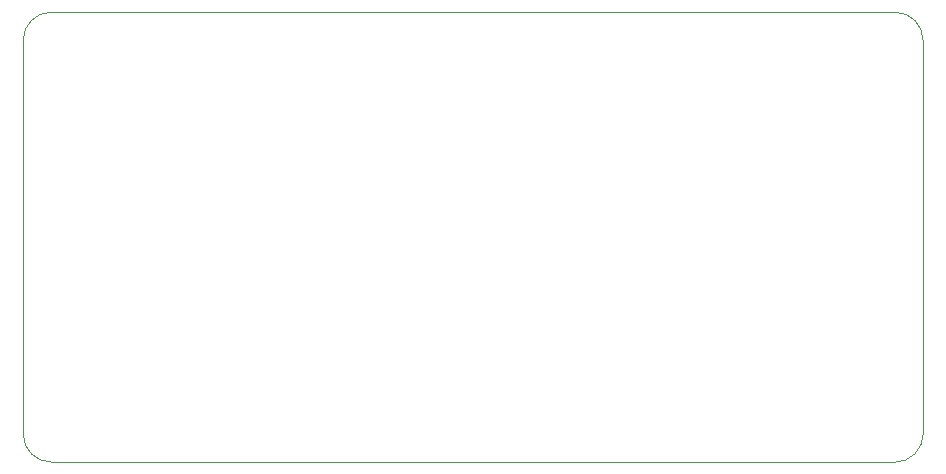
<source format=gbr>
%TF.GenerationSoftware,KiCad,Pcbnew,(6.0.9)*%
%TF.CreationDate,2022-11-11T17:54:53+11:00*%
%TF.ProjectId,Tomie2-Macro-Pad,546f6d69-6532-42d4-9d61-63726f2d5061,rev?*%
%TF.SameCoordinates,Original*%
%TF.FileFunction,Profile,NP*%
%FSLAX46Y46*%
G04 Gerber Fmt 4.6, Leading zero omitted, Abs format (unit mm)*
G04 Created by KiCad (PCBNEW (6.0.9)) date 2022-11-11 17:54:53*
%MOMM*%
%LPD*%
G01*
G04 APERTURE LIST*
%TA.AperFunction,Profile*%
%ADD10C,0.100000*%
%TD*%
G04 APERTURE END LIST*
D10*
X118268750Y-91281250D02*
X118268750Y-124618750D01*
X118268750Y-91281250D02*
G75*
G03*
X115887500Y-88900000I-2381250J0D01*
G01*
X115887500Y-127000000D02*
G75*
G03*
X118268750Y-124618750I0J2381250D01*
G01*
X42068750Y-124618750D02*
G75*
G03*
X44450000Y-127000000I2381250J0D01*
G01*
X44450000Y-88900000D02*
G75*
G03*
X42068750Y-91281250I0J-2381250D01*
G01*
X42068750Y-91281250D02*
X42068750Y-124618750D01*
X115887500Y-88900000D02*
X44450000Y-88900000D01*
X115887500Y-127000000D02*
X44450000Y-127000000D01*
M02*

</source>
